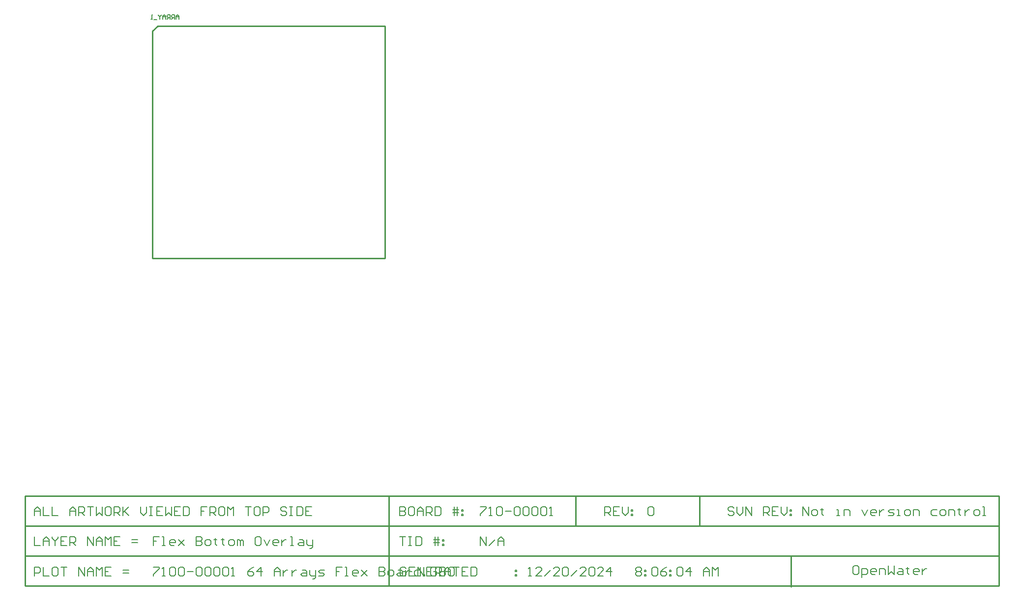
<source format=gbo>
G04*
G04 #@! TF.GenerationSoftware,Altium Limited,Altium Designer,24.3.1 (35)*
G04*
G04 Layer_Color=32896*
%FSAX25Y25*%
%MOIN*%
G70*
G04*
G04 #@! TF.SameCoordinates,FD1E8778-55F6-401F-AF26-4ACC28CE7946*
G04*
G04*
G04 #@! TF.FilePolarity,Positive*
G04*
G01*
G75*
%ADD11C,0.01000*%
%ADD14C,0.00800*%
%ADD33C,0.00700*%
G54D11*
X0130038Y0420296D02*
X0283938Y0420296D01*
Y0262396D02*
Y0420296D01*
X0126438Y0262396D02*
X0283938Y0262396D01*
X0126438Y0262396D02*
Y0416696D01*
X0130038Y0420296D01*
X0497200Y0080717D02*
Y0101050D01*
X0413200Y0080717D02*
Y0101050D01*
X0040000Y0080717D02*
X0700200D01*
X0040000Y0060383D02*
X0700000D01*
X0040000Y0040050D02*
X0440500D01*
X0040050Y0101050D02*
X0700200D01*
X0040050Y0040050D02*
Y0101050D01*
Y0040050D02*
X0197600D01*
X0040000D02*
Y0101050D01*
X0286500Y0040050D02*
Y0101050D01*
X0700200Y0040050D02*
Y0101050D01*
X0440500Y0040050D02*
X0700200D01*
X0559400Y0039400D02*
Y0059683D01*
G54D14*
X0130899Y0073549D02*
X0126900D01*
Y0070550D01*
X0128899D01*
X0126900D01*
Y0067551D01*
X0132898D02*
X0134897D01*
X0133898D01*
Y0073549D01*
X0132898D01*
X0140895Y0067551D02*
X0138896D01*
X0137896Y0068550D01*
Y0070550D01*
X0138896Y0071549D01*
X0140895D01*
X0141895Y0070550D01*
Y0069550D01*
X0137896D01*
X0143895Y0071549D02*
X0147893Y0067551D01*
X0145894Y0069550D01*
X0147893Y0071549D01*
X0143895Y0067551D01*
X0155891Y0073549D02*
Y0067551D01*
X0158890D01*
X0159889Y0068550D01*
Y0069550D01*
X0158890Y0070550D01*
X0155891D01*
X0158890D01*
X0159889Y0071549D01*
Y0072549D01*
X0158890Y0073549D01*
X0155891D01*
X0162888Y0067551D02*
X0164888D01*
X0165887Y0068550D01*
Y0070550D01*
X0164888Y0071549D01*
X0162888D01*
X0161889Y0070550D01*
Y0068550D01*
X0162888Y0067551D01*
X0168886Y0072549D02*
Y0071549D01*
X0167887D01*
X0169886D01*
X0168886D01*
Y0068550D01*
X0169886Y0067551D01*
X0173885Y0072549D02*
Y0071549D01*
X0172885D01*
X0174884D01*
X0173885D01*
Y0068550D01*
X0174884Y0067551D01*
X0178883D02*
X0180883D01*
X0181882Y0068550D01*
Y0070550D01*
X0180883Y0071549D01*
X0178883D01*
X0177884Y0070550D01*
Y0068550D01*
X0178883Y0067551D01*
X0183882D02*
Y0071549D01*
X0184881D01*
X0185881Y0070550D01*
Y0067551D01*
Y0070550D01*
X0186881Y0071549D01*
X0187880Y0070550D01*
Y0067551D01*
X0198877Y0073549D02*
X0196877D01*
X0195878Y0072549D01*
Y0068550D01*
X0196877Y0067551D01*
X0198877D01*
X0199876Y0068550D01*
Y0072549D01*
X0198877Y0073549D01*
X0201876Y0071549D02*
X0203875Y0067551D01*
X0205874Y0071549D01*
X0210873Y0067551D02*
X0208874D01*
X0207874Y0068550D01*
Y0070550D01*
X0208874Y0071549D01*
X0210873D01*
X0211873Y0070550D01*
Y0069550D01*
X0207874D01*
X0213872Y0071549D02*
Y0067551D01*
Y0069550D01*
X0214872Y0070550D01*
X0215871Y0071549D01*
X0216871D01*
X0219870Y0067551D02*
X0221869D01*
X0220870D01*
Y0073549D01*
X0219870D01*
X0225868Y0071549D02*
X0227867D01*
X0228867Y0070550D01*
Y0067551D01*
X0225868D01*
X0224868Y0068550D01*
X0225868Y0069550D01*
X0228867D01*
X0230866Y0071549D02*
Y0068550D01*
X0231866Y0067551D01*
X0234865D01*
Y0066551D01*
X0233865Y0065551D01*
X0232866D01*
X0234865Y0067551D02*
Y0071549D01*
X0567400Y0087833D02*
Y0093831D01*
X0571399Y0087833D01*
Y0093831D01*
X0574398Y0087833D02*
X0576397D01*
X0577397Y0088833D01*
Y0090832D01*
X0576397Y0091832D01*
X0574398D01*
X0573398Y0090832D01*
Y0088833D01*
X0574398Y0087833D01*
X0580396Y0092832D02*
Y0091832D01*
X0579396D01*
X0581395D01*
X0580396D01*
Y0088833D01*
X0581395Y0087833D01*
X0590393D02*
X0592392D01*
X0591392D01*
Y0091832D01*
X0590393D01*
X0595391Y0087833D02*
Y0091832D01*
X0598390D01*
X0599390Y0090832D01*
Y0087833D01*
X0607387Y0091832D02*
X0609386Y0087833D01*
X0611386Y0091832D01*
X0616384Y0087833D02*
X0614385D01*
X0613385Y0088833D01*
Y0090832D01*
X0614385Y0091832D01*
X0616384D01*
X0617384Y0090832D01*
Y0089833D01*
X0613385D01*
X0619383Y0091832D02*
Y0087833D01*
Y0089833D01*
X0620383Y0090832D01*
X0621383Y0091832D01*
X0622382D01*
X0625381Y0087833D02*
X0628380D01*
X0629380Y0088833D01*
X0628380Y0089833D01*
X0626381D01*
X0625381Y0090832D01*
X0626381Y0091832D01*
X0629380D01*
X0631379Y0087833D02*
X0633379D01*
X0632379D01*
Y0091832D01*
X0631379D01*
X0637377Y0087833D02*
X0639377D01*
X0640376Y0088833D01*
Y0090832D01*
X0639377Y0091832D01*
X0637377D01*
X0636378Y0090832D01*
Y0088833D01*
X0637377Y0087833D01*
X0642376D02*
Y0091832D01*
X0645375D01*
X0646374Y0090832D01*
Y0087833D01*
X0658371Y0091832D02*
X0655372D01*
X0654372Y0090832D01*
Y0088833D01*
X0655372Y0087833D01*
X0658371D01*
X0661370D02*
X0663369D01*
X0664369Y0088833D01*
Y0090832D01*
X0663369Y0091832D01*
X0661370D01*
X0660370Y0090832D01*
Y0088833D01*
X0661370Y0087833D01*
X0666368D02*
Y0091832D01*
X0669367D01*
X0670367Y0090832D01*
Y0087833D01*
X0673366Y0092832D02*
Y0091832D01*
X0672366D01*
X0674365D01*
X0673366D01*
Y0088833D01*
X0674365Y0087833D01*
X0677364Y0091832D02*
Y0087833D01*
Y0089833D01*
X0678364Y0090832D01*
X0679364Y0091832D01*
X0680364D01*
X0684362Y0087833D02*
X0686362D01*
X0687361Y0088833D01*
Y0090832D01*
X0686362Y0091832D01*
X0684362D01*
X0683362Y0090832D01*
Y0088833D01*
X0684362Y0087833D01*
X0689361D02*
X0691360D01*
X0690360D01*
Y0093831D01*
X0689361D01*
X0520799Y0092832D02*
X0519799Y0093831D01*
X0517800D01*
X0516800Y0092832D01*
Y0091832D01*
X0517800Y0090832D01*
X0519799D01*
X0520799Y0089833D01*
Y0088833D01*
X0519799Y0087833D01*
X0517800D01*
X0516800Y0088833D01*
X0522798Y0093831D02*
Y0089833D01*
X0524797Y0087833D01*
X0526797Y0089833D01*
Y0093831D01*
X0528796Y0087833D02*
Y0093831D01*
X0532795Y0087833D01*
Y0093831D01*
X0540792Y0087833D02*
Y0093831D01*
X0543791D01*
X0544791Y0092832D01*
Y0090832D01*
X0543791Y0089833D01*
X0540792D01*
X0542792D02*
X0544791Y0087833D01*
X0550789Y0093831D02*
X0546790D01*
Y0087833D01*
X0550789D01*
X0546790Y0090832D02*
X0548790D01*
X0552788Y0093831D02*
Y0089833D01*
X0554788Y0087833D01*
X0556787Y0089833D01*
Y0093831D01*
X0558786Y0091832D02*
X0559786D01*
Y0090832D01*
X0558786D01*
Y0091832D01*
Y0088833D02*
X0559786D01*
Y0087833D01*
X0558786D01*
Y0088833D01*
X0433000Y0087833D02*
Y0093831D01*
X0435999D01*
X0436999Y0092832D01*
Y0090832D01*
X0435999Y0089833D01*
X0433000D01*
X0434999D02*
X0436999Y0087833D01*
X0442997Y0093831D02*
X0438998D01*
Y0087833D01*
X0442997D01*
X0438998Y0090832D02*
X0440997D01*
X0444996Y0093831D02*
Y0089833D01*
X0446995Y0087833D01*
X0448995Y0089833D01*
Y0093831D01*
X0450994Y0091832D02*
X0451994D01*
Y0090832D01*
X0450994D01*
Y0091832D01*
Y0088833D02*
X0451994D01*
Y0087833D01*
X0450994D01*
Y0088833D01*
X0126900Y0052965D02*
X0130899D01*
Y0051965D01*
X0126900Y0047966D01*
Y0046966D01*
X0132898D02*
X0134897D01*
X0133898D01*
Y0052965D01*
X0132898Y0051965D01*
X0137896D02*
X0138896Y0052965D01*
X0140895D01*
X0141895Y0051965D01*
Y0047966D01*
X0140895Y0046966D01*
X0138896D01*
X0137896Y0047966D01*
Y0051965D01*
X0143895D02*
X0144894Y0052965D01*
X0146894D01*
X0147893Y0051965D01*
Y0047966D01*
X0146894Y0046966D01*
X0144894D01*
X0143895Y0047966D01*
Y0051965D01*
X0149893Y0049966D02*
X0153891D01*
X0155891Y0051965D02*
X0156890Y0052965D01*
X0158890D01*
X0159889Y0051965D01*
Y0047966D01*
X0158890Y0046966D01*
X0156890D01*
X0155891Y0047966D01*
Y0051965D01*
X0161889D02*
X0162888Y0052965D01*
X0164888D01*
X0165887Y0051965D01*
Y0047966D01*
X0164888Y0046966D01*
X0162888D01*
X0161889Y0047966D01*
Y0051965D01*
X0167887D02*
X0168886Y0052965D01*
X0170886D01*
X0171885Y0051965D01*
Y0047966D01*
X0170886Y0046966D01*
X0168886D01*
X0167887Y0047966D01*
Y0051965D01*
X0173885D02*
X0174884Y0052965D01*
X0176884D01*
X0177884Y0051965D01*
Y0047966D01*
X0176884Y0046966D01*
X0174884D01*
X0173885Y0047966D01*
Y0051965D01*
X0179883Y0046966D02*
X0181882D01*
X0180883D01*
Y0052965D01*
X0179883Y0051965D01*
X0194878Y0052965D02*
X0192879Y0051965D01*
X0190879Y0049966D01*
Y0047966D01*
X0191879Y0046966D01*
X0193878D01*
X0194878Y0047966D01*
Y0048966D01*
X0193878Y0049966D01*
X0190879D01*
X0199876Y0046966D02*
Y0052965D01*
X0196877Y0049966D01*
X0200876D01*
X0208874Y0046966D02*
Y0050965D01*
X0210873Y0052965D01*
X0212872Y0050965D01*
Y0046966D01*
Y0049966D01*
X0208874D01*
X0214872Y0050965D02*
Y0046966D01*
Y0048966D01*
X0215871Y0049966D01*
X0216871Y0050965D01*
X0217871D01*
X0220870D02*
Y0046966D01*
Y0048966D01*
X0221869Y0049966D01*
X0222869Y0050965D01*
X0223869D01*
X0227867D02*
X0229867D01*
X0230866Y0049966D01*
Y0046966D01*
X0227867D01*
X0226868Y0047966D01*
X0227867Y0048966D01*
X0230866D01*
X0232866Y0050965D02*
Y0047966D01*
X0233865Y0046966D01*
X0236864D01*
Y0045967D01*
X0235865Y0044967D01*
X0234865D01*
X0236864Y0046966D02*
Y0050965D01*
X0238864Y0046966D02*
X0241863D01*
X0242863Y0047966D01*
X0241863Y0048966D01*
X0239863D01*
X0238864Y0049966D01*
X0239863Y0050965D01*
X0242863D01*
X0254859Y0052965D02*
X0250860D01*
Y0049966D01*
X0252859D01*
X0250860D01*
Y0046966D01*
X0256858D02*
X0258857D01*
X0257858D01*
Y0052965D01*
X0256858D01*
X0264855Y0046966D02*
X0262856D01*
X0261856Y0047966D01*
Y0049966D01*
X0262856Y0050965D01*
X0264855D01*
X0265855Y0049966D01*
Y0048966D01*
X0261856D01*
X0267854Y0050965D02*
X0271853Y0046966D01*
X0269854Y0048966D01*
X0271853Y0050965D01*
X0267854Y0046966D01*
X0279851Y0052965D02*
Y0046966D01*
X0282850D01*
X0283849Y0047966D01*
Y0048966D01*
X0282850Y0049966D01*
X0279851D01*
X0282850D01*
X0283849Y0050965D01*
Y0051965D01*
X0282850Y0052965D01*
X0279851D01*
X0286848Y0046966D02*
X0288848D01*
X0289847Y0047966D01*
Y0049966D01*
X0288848Y0050965D01*
X0286848D01*
X0285849Y0049966D01*
Y0047966D01*
X0286848Y0046966D01*
X0292846Y0050965D02*
X0294846D01*
X0295845Y0049966D01*
Y0046966D01*
X0292846D01*
X0291847Y0047966D01*
X0292846Y0048966D01*
X0295845D01*
X0297845Y0050965D02*
Y0046966D01*
Y0048966D01*
X0298844Y0049966D01*
X0299844Y0050965D01*
X0300844D01*
X0307841Y0052965D02*
Y0046966D01*
X0304842D01*
X0303843Y0047966D01*
Y0049966D01*
X0304842Y0050965D01*
X0307841D01*
X0309841Y0046966D02*
Y0047966D01*
X0310841D01*
Y0046966D01*
X0309841D01*
X0318838Y0051965D02*
X0317838Y0052965D01*
X0315839D01*
X0314839Y0051965D01*
Y0047966D01*
X0315839Y0046966D01*
X0317838D01*
X0318838Y0047966D01*
Y0049966D01*
X0316839D01*
X0320837Y0052965D02*
Y0046966D01*
X0323836D01*
X0324836Y0047966D01*
Y0048966D01*
X0323836Y0049966D01*
X0320837D01*
X0323836D01*
X0324836Y0050965D01*
Y0051965D01*
X0323836Y0052965D01*
X0320837D01*
X0329834D02*
X0327835D01*
X0326835Y0051965D01*
Y0047966D01*
X0327835Y0046966D01*
X0329834D01*
X0330834Y0047966D01*
Y0051965D01*
X0329834Y0052965D01*
X0381150Y0046966D02*
X0383149D01*
X0382150D01*
Y0052965D01*
X0381150Y0051965D01*
X0390147Y0046966D02*
X0386148D01*
X0390147Y0050965D01*
Y0051965D01*
X0389147Y0052965D01*
X0387148D01*
X0386148Y0051965D01*
X0392146Y0046966D02*
X0396145Y0050965D01*
X0402143Y0046966D02*
X0398145D01*
X0402143Y0050965D01*
Y0051965D01*
X0401144Y0052965D01*
X0399144D01*
X0398145Y0051965D01*
X0404143D02*
X0405142Y0052965D01*
X0407142D01*
X0408141Y0051965D01*
Y0047966D01*
X0407142Y0046966D01*
X0405142D01*
X0404143Y0047966D01*
Y0051965D01*
X0410141Y0046966D02*
X0414139Y0050965D01*
X0420137Y0046966D02*
X0416139D01*
X0420137Y0050965D01*
Y0051965D01*
X0419138Y0052965D01*
X0417138D01*
X0416139Y0051965D01*
X0422137D02*
X0423136Y0052965D01*
X0425136D01*
X0426135Y0051965D01*
Y0047966D01*
X0425136Y0046966D01*
X0423136D01*
X0422137Y0047966D01*
Y0051965D01*
X0432133Y0046966D02*
X0428135D01*
X0432133Y0050965D01*
Y0051965D01*
X0431134Y0052965D01*
X0429135D01*
X0428135Y0051965D01*
X0437132Y0046966D02*
Y0052965D01*
X0434133Y0049966D01*
X0438132D01*
X0298199Y0051965D02*
X0297199Y0052965D01*
X0295200D01*
X0294200Y0051965D01*
Y0047966D01*
X0295200Y0046966D01*
X0297199D01*
X0298199Y0047966D01*
Y0049966D01*
X0296199D01*
X0304197Y0052965D02*
X0300198D01*
Y0046966D01*
X0304197D01*
X0300198Y0049966D02*
X0302197D01*
X0306196Y0046966D02*
Y0052965D01*
X0310195Y0046966D01*
Y0052965D01*
X0316193D02*
X0312194D01*
Y0046966D01*
X0316193D01*
X0312194Y0049966D02*
X0314194D01*
X0318192Y0046966D02*
Y0052965D01*
X0321191D01*
X0322191Y0051965D01*
Y0049966D01*
X0321191Y0048966D01*
X0318192D01*
X0320192D02*
X0322191Y0046966D01*
X0324190D02*
Y0050965D01*
X0326190Y0052965D01*
X0328189Y0050965D01*
Y0046966D01*
Y0049966D01*
X0324190D01*
X0330188Y0052965D02*
X0334187D01*
X0332188D01*
Y0046966D01*
X0340185Y0052965D02*
X0336186D01*
Y0046966D01*
X0340185D01*
X0336186Y0049966D02*
X0338186D01*
X0342184Y0052965D02*
Y0046966D01*
X0345183D01*
X0346183Y0047966D01*
Y0051965D01*
X0345183Y0052965D01*
X0342184D01*
X0372175Y0050965D02*
X0373175D01*
Y0049966D01*
X0372175D01*
Y0050965D01*
Y0047966D02*
X0373175D01*
Y0046966D01*
X0372175D01*
Y0047966D01*
X0046350Y0087833D02*
Y0091832D01*
X0048349Y0093831D01*
X0050349Y0091832D01*
Y0087833D01*
Y0090832D01*
X0046350D01*
X0052348Y0093831D02*
Y0087833D01*
X0056347D01*
X0058346Y0093831D02*
Y0087833D01*
X0062345D01*
X0070342D02*
Y0091832D01*
X0072342Y0093831D01*
X0074341Y0091832D01*
Y0087833D01*
Y0090832D01*
X0070342D01*
X0076340Y0087833D02*
Y0093831D01*
X0079339D01*
X0080339Y0092832D01*
Y0090832D01*
X0079339Y0089833D01*
X0076340D01*
X0078340D02*
X0080339Y0087833D01*
X0082338Y0093831D02*
X0086337D01*
X0084338D01*
Y0087833D01*
X0088336Y0093831D02*
Y0087833D01*
X0090336Y0089833D01*
X0092335Y0087833D01*
Y0093831D01*
X0097334D02*
X0095334D01*
X0094335Y0092832D01*
Y0088833D01*
X0095334Y0087833D01*
X0097334D01*
X0098333Y0088833D01*
Y0092832D01*
X0097334Y0093831D01*
X0100332Y0087833D02*
Y0093831D01*
X0103332D01*
X0104331Y0092832D01*
Y0090832D01*
X0103332Y0089833D01*
X0100332D01*
X0102332D02*
X0104331Y0087833D01*
X0106331Y0093831D02*
Y0087833D01*
Y0089833D01*
X0110329Y0093831D01*
X0107330Y0090832D01*
X0110329Y0087833D01*
X0118327Y0093831D02*
Y0089833D01*
X0120326Y0087833D01*
X0122325Y0089833D01*
Y0093831D01*
X0124325D02*
X0126324D01*
X0125324D01*
Y0087833D01*
X0124325D01*
X0126324D01*
X0133322Y0093831D02*
X0129323D01*
Y0087833D01*
X0133322D01*
X0129323Y0090832D02*
X0131323D01*
X0135321Y0093831D02*
Y0087833D01*
X0137321Y0089833D01*
X0139320Y0087833D01*
Y0093831D01*
X0145318D02*
X0141319D01*
Y0087833D01*
X0145318D01*
X0141319Y0090832D02*
X0143319D01*
X0147317Y0093831D02*
Y0087833D01*
X0150316D01*
X0151316Y0088833D01*
Y0092832D01*
X0150316Y0093831D01*
X0147317D01*
X0163312D02*
X0159313D01*
Y0090832D01*
X0161313D01*
X0159313D01*
Y0087833D01*
X0165312D02*
Y0093831D01*
X0168310D01*
X0169310Y0092832D01*
Y0090832D01*
X0168310Y0089833D01*
X0165312D01*
X0167311D02*
X0169310Y0087833D01*
X0174309Y0093831D02*
X0172309D01*
X0171310Y0092832D01*
Y0088833D01*
X0172309Y0087833D01*
X0174309D01*
X0175308Y0088833D01*
Y0092832D01*
X0174309Y0093831D01*
X0177308Y0087833D02*
Y0093831D01*
X0179307Y0091832D01*
X0181306Y0093831D01*
Y0087833D01*
X0189304Y0093831D02*
X0193303D01*
X0191303D01*
Y0087833D01*
X0198301Y0093831D02*
X0196301D01*
X0195302Y0092832D01*
Y0088833D01*
X0196301Y0087833D01*
X0198301D01*
X0199301Y0088833D01*
Y0092832D01*
X0198301Y0093831D01*
X0201300Y0087833D02*
Y0093831D01*
X0204299D01*
X0205299Y0092832D01*
Y0090832D01*
X0204299Y0089833D01*
X0201300D01*
X0217295Y0092832D02*
X0216295Y0093831D01*
X0214296D01*
X0213296Y0092832D01*
Y0091832D01*
X0214296Y0090832D01*
X0216295D01*
X0217295Y0089833D01*
Y0088833D01*
X0216295Y0087833D01*
X0214296D01*
X0213296Y0088833D01*
X0219294Y0093831D02*
X0221293D01*
X0220294D01*
Y0087833D01*
X0219294D01*
X0221293D01*
X0224292Y0093831D02*
Y0087833D01*
X0227291D01*
X0228291Y0088833D01*
Y0092832D01*
X0227291Y0093831D01*
X0224292D01*
X0234289D02*
X0230291D01*
Y0087833D01*
X0234289D01*
X0230291Y0090832D02*
X0232290D01*
X0462150Y0092832D02*
X0463150Y0093831D01*
X0465149D01*
X0466149Y0092832D01*
Y0088833D01*
X0465149Y0087833D01*
X0463150D01*
X0462150Y0088833D01*
Y0092832D01*
X0348550Y0093831D02*
X0352549D01*
Y0092832D01*
X0348550Y0088833D01*
Y0087833D01*
X0354548D02*
X0356547D01*
X0355548D01*
Y0093831D01*
X0354548Y0092832D01*
X0359546D02*
X0360546Y0093831D01*
X0362545D01*
X0363545Y0092832D01*
Y0088833D01*
X0362545Y0087833D01*
X0360546D01*
X0359546Y0088833D01*
Y0092832D01*
X0365545Y0090832D02*
X0369543D01*
X0371543Y0092832D02*
X0372542Y0093831D01*
X0374542D01*
X0375541Y0092832D01*
Y0088833D01*
X0374542Y0087833D01*
X0372542D01*
X0371543Y0088833D01*
Y0092832D01*
X0377541D02*
X0378540Y0093831D01*
X0380540D01*
X0381539Y0092832D01*
Y0088833D01*
X0380540Y0087833D01*
X0378540D01*
X0377541Y0088833D01*
Y0092832D01*
X0383539D02*
X0384538Y0093831D01*
X0386538D01*
X0387537Y0092832D01*
Y0088833D01*
X0386538Y0087833D01*
X0384538D01*
X0383539Y0088833D01*
Y0092832D01*
X0389537D02*
X0390536Y0093831D01*
X0392536D01*
X0393535Y0092832D01*
Y0088833D01*
X0392536Y0087833D01*
X0390536D01*
X0389537Y0088833D01*
Y0092832D01*
X0395535Y0087833D02*
X0397534D01*
X0396534D01*
Y0093831D01*
X0395535Y0092832D01*
X0294000Y0093831D02*
Y0087833D01*
X0296999D01*
X0297999Y0088833D01*
Y0089833D01*
X0296999Y0090832D01*
X0294000D01*
X0296999D01*
X0297999Y0091832D01*
Y0092832D01*
X0296999Y0093831D01*
X0294000D01*
X0302997D02*
X0300998D01*
X0299998Y0092832D01*
Y0088833D01*
X0300998Y0087833D01*
X0302997D01*
X0303997Y0088833D01*
Y0092832D01*
X0302997Y0093831D01*
X0305996Y0087833D02*
Y0091832D01*
X0307996Y0093831D01*
X0309995Y0091832D01*
Y0087833D01*
Y0090832D01*
X0305996D01*
X0311994Y0087833D02*
Y0093831D01*
X0314993D01*
X0315993Y0092832D01*
Y0090832D01*
X0314993Y0089833D01*
X0311994D01*
X0313994D02*
X0315993Y0087833D01*
X0317992Y0093831D02*
Y0087833D01*
X0320991D01*
X0321991Y0088833D01*
Y0092832D01*
X0320991Y0093831D01*
X0317992D01*
X0330988Y0087833D02*
Y0093831D01*
X0332987D02*
Y0087833D01*
X0329988Y0091832D02*
X0332987D01*
X0333987D01*
X0329988Y0089833D02*
X0333987D01*
X0335986Y0091832D02*
X0336986D01*
Y0090832D01*
X0335986D01*
Y0091832D01*
Y0088833D02*
X0336986D01*
Y0087833D01*
X0335986D01*
Y0088833D01*
X0046350Y0073549D02*
Y0067551D01*
X0050349D01*
X0052348D02*
Y0071549D01*
X0054347Y0073549D01*
X0056347Y0071549D01*
Y0067551D01*
Y0070550D01*
X0052348D01*
X0058346Y0073549D02*
Y0072549D01*
X0060346Y0070550D01*
X0062345Y0072549D01*
Y0073549D01*
X0060346Y0070550D02*
Y0067551D01*
X0068343Y0073549D02*
X0064344D01*
Y0067551D01*
X0068343D01*
X0064344Y0070550D02*
X0066343D01*
X0070342Y0067551D02*
Y0073549D01*
X0073341D01*
X0074341Y0072549D01*
Y0070550D01*
X0073341Y0069550D01*
X0070342D01*
X0072342D02*
X0074341Y0067551D01*
X0082338D02*
Y0073549D01*
X0086337Y0067551D01*
Y0073549D01*
X0088336Y0067551D02*
Y0071549D01*
X0090336Y0073549D01*
X0092335Y0071549D01*
Y0067551D01*
Y0070550D01*
X0088336D01*
X0094335Y0067551D02*
Y0073549D01*
X0096334Y0071549D01*
X0098333Y0073549D01*
Y0067551D01*
X0104331Y0073549D02*
X0100332D01*
Y0067551D01*
X0104331D01*
X0100332Y0070550D02*
X0102332D01*
X0112329Y0069550D02*
X0116327D01*
X0112329Y0071549D02*
X0116327D01*
X0046350Y0046966D02*
Y0052965D01*
X0049349D01*
X0050349Y0051965D01*
Y0049966D01*
X0049349Y0048966D01*
X0046350D01*
X0052348Y0052965D02*
Y0046966D01*
X0056347D01*
X0061345Y0052965D02*
X0059346D01*
X0058346Y0051965D01*
Y0047966D01*
X0059346Y0046966D01*
X0061345D01*
X0062345Y0047966D01*
Y0051965D01*
X0061345Y0052965D01*
X0064344D02*
X0068343D01*
X0066343D01*
Y0046966D01*
X0076340D02*
Y0052965D01*
X0080339Y0046966D01*
Y0052965D01*
X0082338Y0046966D02*
Y0050965D01*
X0084338Y0052965D01*
X0086337Y0050965D01*
Y0046966D01*
Y0049966D01*
X0082338D01*
X0088336Y0046966D02*
Y0052965D01*
X0090336Y0050965D01*
X0092335Y0052965D01*
Y0046966D01*
X0098333Y0052965D02*
X0094335D01*
Y0046966D01*
X0098333D01*
X0094335Y0049966D02*
X0096334D01*
X0106331Y0048966D02*
X0110329D01*
X0106331Y0050965D02*
X0110329D01*
X0454050Y0051965D02*
X0455050Y0052965D01*
X0457049D01*
X0458049Y0051965D01*
Y0050965D01*
X0457049Y0049966D01*
X0458049Y0048966D01*
Y0047966D01*
X0457049Y0046966D01*
X0455050D01*
X0454050Y0047966D01*
Y0048966D01*
X0455050Y0049966D01*
X0454050Y0050965D01*
Y0051965D01*
X0455050Y0049966D02*
X0457049D01*
X0460048Y0050965D02*
X0461048D01*
Y0049966D01*
X0460048D01*
Y0050965D01*
Y0047966D02*
X0461048D01*
Y0046966D01*
X0460048D01*
Y0047966D01*
X0465046Y0051965D02*
X0466046Y0052965D01*
X0468046D01*
X0469045Y0051965D01*
Y0047966D01*
X0468046Y0046966D01*
X0466046D01*
X0465046Y0047966D01*
Y0051965D01*
X0475043Y0052965D02*
X0473044Y0051965D01*
X0471044Y0049966D01*
Y0047966D01*
X0472044Y0046966D01*
X0474044D01*
X0475043Y0047966D01*
Y0048966D01*
X0474044Y0049966D01*
X0471044D01*
X0477043Y0050965D02*
X0478042D01*
Y0049966D01*
X0477043D01*
Y0050965D01*
Y0047966D02*
X0478042D01*
Y0046966D01*
X0477043D01*
Y0047966D01*
X0482041Y0051965D02*
X0483041Y0052965D01*
X0485040D01*
X0486040Y0051965D01*
Y0047966D01*
X0485040Y0046966D01*
X0483041D01*
X0482041Y0047966D01*
Y0051965D01*
X0491038Y0046966D02*
Y0052965D01*
X0488039Y0049966D01*
X0492038D01*
X0500035Y0046966D02*
Y0050965D01*
X0502035Y0052965D01*
X0504034Y0050965D01*
Y0046966D01*
Y0049966D01*
X0500035D01*
X0506033Y0046966D02*
Y0052965D01*
X0508033Y0050965D01*
X0510032Y0052965D01*
Y0046966D01*
X0604409Y0053922D02*
X0602409D01*
X0601409Y0052922D01*
Y0048923D01*
X0602409Y0047924D01*
X0604409D01*
X0605408Y0048923D01*
Y0052922D01*
X0604409Y0053922D01*
X0607408Y0045924D02*
Y0051922D01*
X0610407D01*
X0611406Y0050923D01*
Y0048923D01*
X0610407Y0047924D01*
X0607408D01*
X0616405D02*
X0614405D01*
X0613406Y0048923D01*
Y0050923D01*
X0614405Y0051922D01*
X0616405D01*
X0617404Y0050923D01*
Y0049923D01*
X0613406D01*
X0619404Y0047924D02*
Y0051922D01*
X0622403D01*
X0623402Y0050923D01*
Y0047924D01*
X0625402Y0053922D02*
Y0047924D01*
X0627401Y0049923D01*
X0629400Y0047924D01*
Y0053922D01*
X0632400Y0051922D02*
X0634399D01*
X0635398Y0050923D01*
Y0047924D01*
X0632400D01*
X0631400Y0048923D01*
X0632400Y0049923D01*
X0635398D01*
X0638398Y0052922D02*
Y0051922D01*
X0637398D01*
X0639397D01*
X0638398D01*
Y0048923D01*
X0639397Y0047924D01*
X0645395D02*
X0643396D01*
X0642396Y0048923D01*
Y0050923D01*
X0643396Y0051922D01*
X0645395D01*
X0646395Y0050923D01*
Y0049923D01*
X0642396D01*
X0648394Y0051922D02*
Y0047924D01*
Y0049923D01*
X0649394Y0050923D01*
X0650394Y0051922D01*
X0651393D01*
X0294000Y0073498D02*
X0297999D01*
X0295999D01*
Y0067500D01*
X0299998Y0073498D02*
X0301997D01*
X0300998D01*
Y0067500D01*
X0299998D01*
X0301997D01*
X0304996Y0073498D02*
Y0067500D01*
X0307996D01*
X0308995Y0068500D01*
Y0072498D01*
X0307996Y0073498D01*
X0304996D01*
X0317992Y0067500D02*
Y0073498D01*
X0319992D02*
Y0067500D01*
X0316993Y0071499D02*
X0319992D01*
X0320991D01*
X0316993Y0069499D02*
X0320991D01*
X0322991Y0071499D02*
X0323990D01*
Y0070499D01*
X0322991D01*
Y0071499D01*
Y0068500D02*
X0323990D01*
Y0067500D01*
X0322991D01*
Y0068500D01*
X0348550Y0067500D02*
Y0073498D01*
X0352549Y0067500D01*
Y0073498D01*
X0354548Y0067500D02*
X0358547Y0071499D01*
X0360546Y0067500D02*
Y0071499D01*
X0362545Y0073498D01*
X0364545Y0071499D01*
Y0067500D01*
Y0070499D01*
X0360546D01*
G54D33*
X0144339Y0424973D02*
Y0426972D01*
X0143339Y0427972D01*
X0142339Y0426972D01*
Y0424973D01*
Y0426473D01*
X0144339D01*
X0141340Y0424973D02*
Y0427972D01*
X0139840D01*
X0139340Y0427472D01*
Y0426473D01*
X0139840Y0425973D01*
X0141340D01*
X0140340D02*
X0139340Y0424973D01*
X0138341D02*
Y0427972D01*
X0136841D01*
X0136341Y0427472D01*
Y0426473D01*
X0136841Y0425973D01*
X0138341D01*
X0137341D02*
X0136341Y0424973D01*
X0135342D02*
Y0426972D01*
X0134342Y0427972D01*
X0133342Y0426972D01*
Y0424973D01*
Y0426473D01*
X0135342D01*
X0132343Y0427972D02*
Y0427472D01*
X0131343Y0426473D01*
X0130343Y0427472D01*
Y0427972D01*
X0131343Y0426473D02*
Y0424973D01*
X0129343Y0424473D02*
X0127344D01*
X0126344Y0424973D02*
X0125345D01*
X0125845D01*
Y0427972D01*
X0126344Y0427472D01*
M02*

</source>
